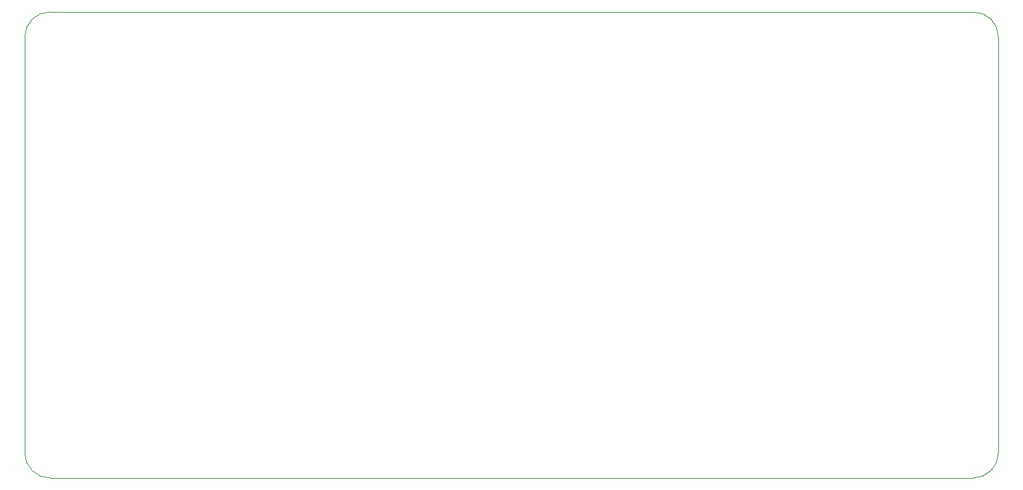
<source format=gbr>
%TF.GenerationSoftware,KiCad,Pcbnew,9.0.4*%
%TF.CreationDate,2026-02-02T12:57:02-08:00*%
%TF.ProjectId,LDR_Board,4c44525f-426f-4617-9264-2e6b69636164,rev?*%
%TF.SameCoordinates,Original*%
%TF.FileFunction,Profile,NP*%
%FSLAX46Y46*%
G04 Gerber Fmt 4.6, Leading zero omitted, Abs format (unit mm)*
G04 Created by KiCad (PCBNEW 9.0.4) date 2026-02-02 12:57:02*
%MOMM*%
%LPD*%
G01*
G04 APERTURE LIST*
%TA.AperFunction,Profile*%
%ADD10C,0.100000*%
%TD*%
G04 APERTURE END LIST*
D10*
X99520000Y-71120000D02*
X210360000Y-71120000D01*
X210360000Y-71120000D02*
G75*
G02*
X213360000Y-74120000I0J-3000000D01*
G01*
X213360000Y-74120000D02*
X213360000Y-124000000D01*
X210360000Y-127000000D02*
X99520000Y-127000000D01*
X96520000Y-124000000D02*
X96520000Y-74120000D01*
X96520000Y-74120000D02*
G75*
G02*
X99520000Y-71120000I3000000J0D01*
G01*
X213360000Y-124000000D02*
G75*
G02*
X210360000Y-127000000I-3000000J0D01*
G01*
X99520000Y-127000000D02*
G75*
G02*
X96520000Y-124000000I0J3000000D01*
G01*
M02*

</source>
